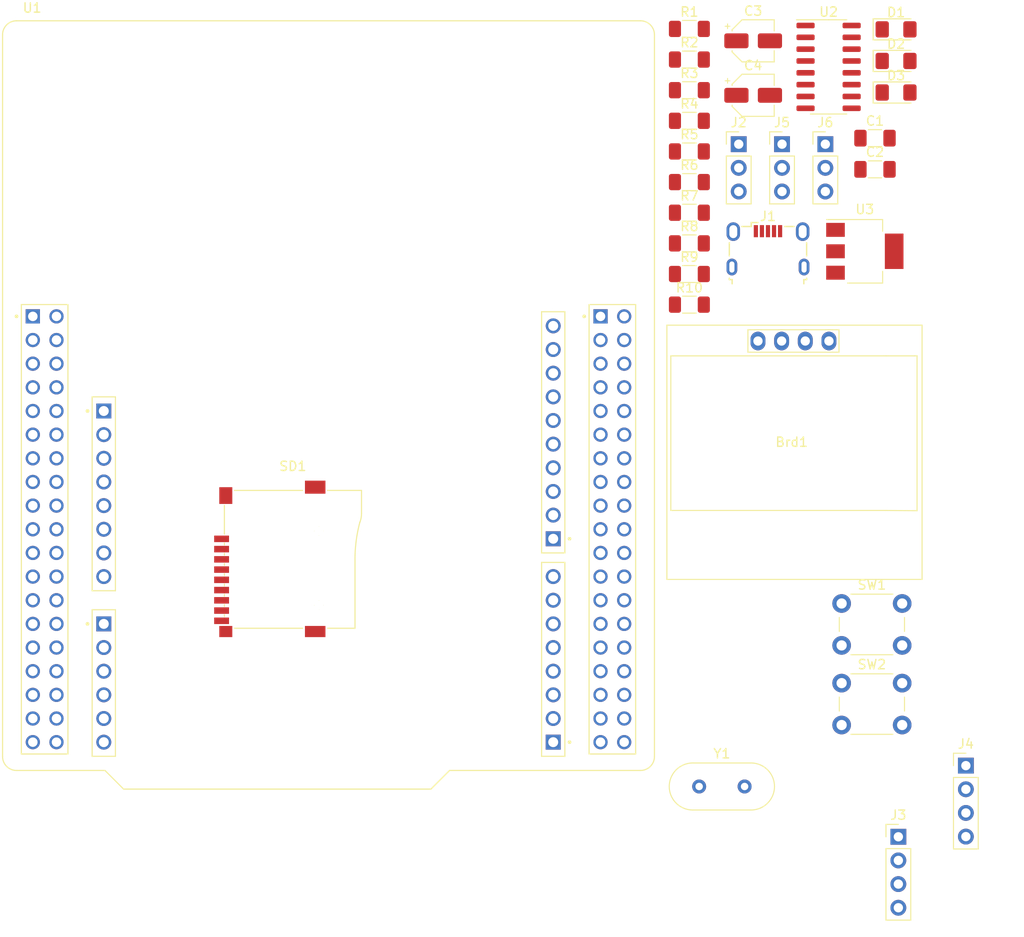
<source format=kicad_pcb>
(kicad_pcb (version 20221018) (generator pcbnew)
  (layers (0 "F.Cu" signal) (31 "B.Cu" signal) (34 "B.Paste" user) (35 "F.Paste" user) (36 "B.SilkS" user "B.Silkscreen") (37 "F.SilkS" user "F.Silkscreen") (38 "B.Mask" user) (39 "F.Mask" user) (44 "Edge.Cuts" user))
  (net 0 "")
  (net 1 "I2C_SDA")
  (net 2 "I2C_SCL")
  (net 3 "GND")
  (net 4 "+3V3")
  (net 5 "Net-(U2-XO)")
  (net 6 "Net-(U2-XI)")
  (net 7 "VBUS")
  (net 8 "Net-(D1-A)")
  (net 9 "LED_A")
  (net 10 "Net-(D2-A)")
  (net 11 "LED_B")
  (net 12 "Net-(D3-A)")
  (net 13 "Net-(J1-D-)")
  (net 14 "Net-(J1-D+)")
  (net 16 "+5VP")
  (net 17 "+5VD")
  (net 18 "BOOT0")
  (net 19 "BOOT1")
  (net 20 "Net-(SD1-DATA2)")
  (net 21 "MMC_MISO")
  (net 22 "Net-(SD1-DATA1)")
  (net 23 "BTN_A")
  (net 24 "MMC_NSS")
  (net 25 "MMC_MOSI")
  (net 26 "MMC_SCK")
  (net 28 "BTN_B")
  (net 33 "NRST")
  (net 63 "UART_TX")
  (net 74 "UART_RX")
  (footprint "Resistor_SMD:R_1206_3216Metric_Pad1.30x1.75mm_HandSolder" (layer "F.Cu") (at 244.54 61.16)
    (fp_text reference "R9" (at 0 -1.82) (layer "F.SilkS"))
    (fp_text value "10K")
    (fp_line (start -0.727064 -0.91) (end 0.727064 -0.91) (stroke (width 0.12)) (layer "F.SilkS"))
    (fp_line (start -0.727064 0.91) (end 0.727064 0.91) (stroke (width 0.12)) (layer "F.SilkS"))
    (pad "1" smd roundrect (at -1.55 0) (size 1.3 1.75) (layers "F.Cu" "F.Paste" "F.Mask") (roundrect_rratio 0.192308) (net 4 "+3V3"))
    (pad "2" smd roundrect (at 1.55 0) (size 1.3 1.75) (layers "F.Cu" "F.Paste" "F.Mask") (roundrect_rratio 0.192308) (net 23 "BTN_A"))
  )
  (footprint "LED_SMD:LED_1206_3216Metric_Pad1.42x1.75mm_HandSolder" (layer "F.Cu") (at 266.735 41.67)
    (fp_text reference "D3" (at 0 -1.82) (layer "F.SilkS"))
    (fp_text value "BIRU")
    (fp_line (start -2.46 -1.135) (end -2.46 1.135) (stroke (width 0.12)) (layer "F.SilkS"))
    (fp_line (start -2.46 1.135) (end 1.6 1.135) (stroke (width 0.12)) (layer "F.SilkS"))
    (fp_line (start 1.6 -1.135) (end -2.46 -1.135) (stroke (width 0.12)) (layer "F.SilkS"))
    (pad "1" smd roundrect (at -1.4875 0) (size 1.425 1.75) (layers "F.Cu" "F.Paste" "F.Mask") (roundrect_rratio 0.175439) (net 11 "LED_B"))
    (pad "2" smd roundrect (at 1.4875 0) (size 1.425 1.75) (layers "F.Cu" "F.Paste" "F.Mask") (roundrect_rratio 0.175439) (net 12 "Net-(D3-A)"))
  )
  (footprint "Capacitor_SMD:C_1206_3216Metric_Pad1.33x1.80mm_HandSolder" (layer "F.Cu") (at 264.47 46.57)
    (fp_text reference "C1" (at 0 -1.85) (layer "F.SilkS"))
    (fp_text value "22pF")
    (fp_line (start -0.711252 -0.91) (end 0.711252 -0.91) (stroke (width 0.12)) (layer "F.SilkS"))
    (fp_line (start -0.711252 0.91) (end 0.711252 0.91) (stroke (width 0.12)) (layer "F.SilkS"))
    (pad "1" smd roundrect (at -1.5625 0) (size 1.325 1.8) (layers "F.Cu" "F.Paste" "F.Mask") (roundrect_rratio 0.188679) (net 5 "Net-(U2-XO)"))
    (pad "2" smd roundrect (at 1.5625 0) (size 1.325 1.8) (layers "F.Cu" "F.Paste" "F.Mask") (roundrect_rratio 0.188679) (net 3 "GND"))
  )
  (footprint "Resistor_SMD:R_1206_3216Metric_Pad1.30x1.75mm_HandSolder" (layer "F.Cu") (at 244.54 64.45)
    (fp_text reference "R10" (at 0 -1.82) (layer "F.SilkS"))
    (fp_text value "10K")
    (fp_line (start -0.727064 -0.91) (end 0.727064 -0.91) (stroke (width 0.12)) (layer "F.SilkS"))
    (fp_line (start -0.727064 0.91) (end 0.727064 0.91) (stroke (width 0.12)) (layer "F.SilkS"))
    (pad "1" smd roundrect (at -1.55 0) (size 1.3 1.75) (layers "F.Cu" "F.Paste" "F.Mask") (roundrect_rratio 0.192308) (net 4 "+3V3"))
    (pad "2" smd roundrect (at 1.55 0) (size 1.3 1.75) (layers "F.Cu" "F.Paste" "F.Mask") (roundrect_rratio 0.192308) (net 23 "BTN_A"))
  )
  (footprint "Crystal:Crystal_HC49-U_Vertical" (layer "F.Cu") (at 245.59 116.19)
    (fp_text reference "Y1" (at 2.44 -3.525) (layer "F.SilkS"))
    (fp_text value "12MHz")
    (fp_line (start -0.685 -2.525) (end 5.565 -2.525) (stroke (width 0.12)) (layer "F.SilkS"))
    (fp_line (start -0.685 2.525) (end 5.565 2.525) (stroke (width 0.12)) (layer "F.SilkS"))
    (fp_arc (start -0.685 2.525) (mid -3.21 0) (end -0.685 -2.525) (stroke (width 0.12)) (layer "F.SilkS"))
    (fp_arc (start 5.565 -2.525) (mid 8.09 0) (end 5.565 2.525) (stroke (width 0.12)) (layer "F.SilkS"))
    (pad "1" thru_hole circle (at 0 0) (size 1.5 1.5) (drill 0.8) (layers "*.Cu" "*.Mask") (net 5 "Net-(U2-XO)"))
    (pad "2" thru_hole circle (at 4.88 0) (size 1.5 1.5) (drill 0.8) (layers "*.Cu" "*.Mask") (net 6 "Net-(U2-XI)"))
  )
  (footprint "LED_SMD:LED_1206_3216Metric_Pad1.42x1.75mm_HandSolder" (layer "F.Cu") (at 266.735 38.28)
    (fp_text reference "D2" (at 0 -1.82) (layer "F.SilkS"))
    (fp_text value "ABANG")
    (fp_line (start -2.46 -1.135) (end -2.46 1.135) (stroke (width 0.12)) (layer "F.SilkS"))
    (fp_line (start -2.46 1.135) (end 1.6 1.135) (stroke (width 0.12)) (layer "F.SilkS"))
    (fp_line (start 1.6 -1.135) (end -2.46 -1.135) (stroke (width 0.12)) (layer "F.SilkS"))
    (pad "1" smd roundrect (at -1.4875 0) (size 1.425 1.75) (layers "F.Cu" "F.Paste" "F.Mask") (roundrect_rratio 0.175439) (net 9 "LED_A"))
    (pad "2" smd roundrect (at 1.4875 0) (size 1.425 1.75) (layers "F.Cu" "F.Paste" "F.Mask") (roundrect_rratio 0.175439) (net 10 "Net-(D2-A)"))
  )
  (footprint "Resistor_SMD:R_1206_3216Metric_Pad1.30x1.75mm_HandSolder" (layer "F.Cu") (at 244.54 41.42)
    (fp_text reference "R3" (at 0 -1.82) (layer "F.SilkS"))
    (fp_text value "10K")
    (fp_line (start -0.727064 -0.91) (end 0.727064 -0.91) (stroke (width 0.12)) (layer "F.SilkS"))
    (fp_line (start -0.727064 0.91) (end 0.727064 0.91) (stroke (width 0.12)) (layer "F.SilkS"))
    (pad "1" smd roundrect (at -1.55 0) (size 1.3 1.75) (layers "F.Cu" "F.Paste" "F.Mask") (roundrect_rratio 0.192308) (net 4 "+3V3"))
    (pad "2" smd roundrect (at 1.55 0) (size 1.3 1.75) (layers "F.Cu" "F.Paste" "F.Mask") (roundrect_rratio 0.192308) (net 21 "MMC_MISO"))
  )
  (footprint "NUCLEO-F401RE:ST_NUCLEO-F401RE" (layer "F.Cu") (at 205.79 75.22)
    (fp_text reference "U1" (at -31.825 -42.635) (layer "F.SilkS"))
    (fp_text value "NUCLEO-F401RE")
    (fp_line (start -35 37.75) (end -35 -39.75) (stroke (width 0.127)) (layer "F.SilkS"))
    (fp_line (start -33.5 -41.25) (end 33.5 -41.25) (stroke (width 0.127)) (layer "F.SilkS"))
    (fp_line (start -32.98 -10.78) (end -32.98 37.48) (stroke (width 0.127)) (layer "F.SilkS"))
    (fp_line (start -32.98 37.48) (end -27.98 37.48) (stroke (width 0.127)) (layer "F.SilkS"))
    (fp_line (start -27.98 -10.78) (end -32.98 -10.78) (stroke (width 0.127)) (layer "F.SilkS"))
    (fp_line (start -27.98 37.48) (end -27.98 -10.78) (stroke (width 0.127)) (layer "F.SilkS"))
    (fp_line (start -25.38 -0.87) (end -25.38 19.95) (stroke (width 0.127)) (layer "F.SilkS"))
    (fp_line (start -25.38 19.95) (end -22.88 19.95) (stroke (width 0.127)) (layer "F.SilkS"))
    (fp_line (start -25.38 21.99) (end -25.38 37.73) (stroke (width 0.127)) (layer "F.SilkS"))
    (fp_line (start -25.38 37.73) (end -22.88 37.73) (stroke (width 0.127)) (layer "F.SilkS"))
    (fp_line (start -24 39.25) (end -33.5 39.25) (stroke (width 0.127)) (layer "F.SilkS"))
    (fp_line (start -22.88 -0.87) (end -25.38 -0.87) (stroke (width 0.127)) (layer "F.SilkS"))
    (fp_line (start -22.88 19.95) (end -22.88 -0.87) (stroke (width 0.127)) (layer "F.SilkS"))
    (fp_line (start -22.88 21.99) (end -25.38 21.99) (stroke (width 0.127)) (layer "F.SilkS"))
    (fp_line (start -22.88 37.73) (end -22.88 21.99) (stroke (width 0.127)) (layer "F.SilkS"))
    (fp_line (start -22 41.25) (end -24 39.25) (stroke (width 0.127)) (layer "F.SilkS"))
    (fp_line (start 11 41.25) (end -22 41.25) (stroke (width 0.127)) (layer "F.SilkS"))
    (fp_line (start 13 39.25) (end 11 41.25) (stroke (width 0.127)) (layer "F.SilkS"))
    (fp_line (start 22.88 -10.01) (end 22.88 15.89) (stroke (width 0.127)) (layer "F.SilkS"))
    (fp_line (start 22.88 15.89) (end 25.38 15.89) (stroke (width 0.127)) (layer "F.SilkS"))
    (fp_line (start 22.88 16.91) (end 22.88 37.73) (stroke (width 0.127)) (layer "F.SilkS"))
    (fp_line (start 22.88 37.73) (end 25.38 37.73) (stroke (width 0.127)) (layer "F.SilkS"))
    (fp_line (start 25.38 -10.01) (end 22.88 -10.01) (stroke (width 0.127)) (layer "F.SilkS"))
    (fp_line (start 25.38 15.89) (end 25.38 -10.01) (stroke (width 0.127)) (layer "F.SilkS"))
    (fp_line (start 25.38 16.91) (end 22.88 16.91) (stroke (width 0.127)) (layer "F.SilkS"))
    (fp_line (start 25.38 37.73) (end 25.38 16.91) (stroke (width 0.127)) (layer "F.SilkS"))
    (fp_line (start 27.98 -10.78) (end 27.98 37.48) (stroke (width 0.127)) (layer "F.SilkS"))
    (fp_line (start 27.98 37.48) (end 32.98 37.48) (stroke (width 0.127)) (layer "F.SilkS"))
    (fp_line (start 32.98 -10.78) (end 27.98 -10.78) (stroke (width 0.127)) (layer "F.SilkS"))
    (fp_line (start 32.98 37.48) (end 32.98 -10.78) (stroke (width 0.127)) (layer "F.SilkS"))
    (fp_line (start 33.5 39.25) (end 13 39.25) (stroke (width 0.127)) (layer "F.SilkS"))
    (fp_line (start 35 -39.75) (end 35 37.75) (stroke (width 0.127)) (layer "F.SilkS"))
    (fp_arc (start -35 -39.75) (mid -34.56066 -40.81066) (end -33.5 -41.25) (stroke (width 0.127)) (layer "F.SilkS"))
    (fp_arc (start -33.5 39.25) (mid -34.56066 38.81066) (end -35 37.75) (stroke (width 0.127)) (layer "F.SilkS"))
    (fp_arc (start 33.5 -41.25) (mid 34.56066 -40.81066) (end 35 -39.75) (stroke (width 0.127)) (layer "F.SilkS"))
    (fp_arc (start 35 37.75) (mid 34.56066 38.81066) (end 33.5 39.25) (stroke (width 0.127)) (layer "F.SilkS"))
    (fp_circle (center -33.5 -9.51) (end -33.4 -9.51) (stroke (width 0.2)) (fill none) (layer "F.SilkS"))
    (fp_circle (center -25.88 0.65) (end -25.78 0.65) (stroke (width 0.2)) (fill none) (layer "F.SilkS"))
    (fp_circle (center -25.88 23.51) (end -25.78 23.51) (stroke (width 0.2)) (fill none) (layer "F.SilkS"))
    (fp_circle (center 25.88 14.37) (end 25.98 14.37) (stroke (width 0.2)) (fill none) (layer "F.SilkS"))
    (fp_circle (center 25.88 36.21) (end 25.98 36.21) (stroke (width 0.2)) (fill none) (layer "F.SilkS"))
    (fp_circle (center 27.46 -9.51) (end 27.56 -9.51) (stroke (width 0.2)) (fill none) (layer "F.SilkS"))
    (pad "" np_thru_hole circle (at -24.13 -13.32) (size 3 3) (drill 3) (layers "*.Cu" "*.Mask"))
    (pad "" np_thru_hole circle (at 8.89 38.75) (size 3 3) (drill 3) (layers "*.Cu" "*.Mask"))
    (pad "" np_thru_hole circle (at 24.13 -12.05) (size 3 3) (drill 3) (layers "*.Cu" "*.Mask"))
    (pad "CN5_1" thru_hole rect (at 24.13 14.37) (size 1.605 1.605) (drill 1.07) (layers "*.Cu" "*.Mask"))
    (pad "CN5_2" thru_hole circle (at 24.13 11.83) (size 1.605 1.605) (drill 1.07) (layers "*.Cu" "*.Mask"))
    (pad "CN5_3" thru_hole circle (at 24.13 9.29) (size 1.605 1.605) (drill 1.07) (layers "*.Cu" "*.Mask"))
    (pad "CN5_4" thru_hole circle (at 24.13 6.75) (size 1.605 1.605) (drill 1.07) (layers "*.Cu" "*.Mask"))
    (pad "CN5_5" thru_hole circle (at 24.13 4.21) (size 1.605 1.605) (drill 1.07) (layers "*.Cu" "*.Mask"))
    (pad "CN5_6" thru_hole circle (at 24.13 1.67) (size 1.605 1.605) (drill 1.07) (layers "*.Cu" "*.Mask"))
    (pad "CN5_7" thru_hole circle (at 24.13 -0.87) (size 1.605 1.605) (drill 1.07) (layers "*.Cu" "*.Mask"))
    (pad "CN5_8" thru_hole circle (at 24.13 -3.41) (size 1.605 1.605) (drill 1.07) (layers "*.Cu" "*.Mask"))
    (pad "CN5_9" thru_hole circle (at 24.13 -5.95) (size 1.605 1.605) (drill 1.07) (layers "*.Cu" "*.Mask"))
    (pad "CN5_10" thru_hole circle (at 24.13 -8.49) (size 1.605 1.605) (drill 1.07) (layers "*.Cu" "*.Mask"))
    (pad "CN6_1" thru_hole rect (at -24.13 0.65) (size 1.605 1.605) (drill 1.07) (layers "*.Cu" "*.Mask"))
    (pad "CN6_2" thru_hole circle (at -24.13 3.19) (size 1.605 1.605) (drill 1.07) (layers "*.Cu" "*.Mask"))
    (pad "CN6_3" thru_hole circle (at -24.13 5.73) (size 1.605 1.605) (drill 1.07) (layers "*.Cu" "*.Mask"))
    (pad "CN6_4" thru_hole circle (at -24.13 8.27) (size 1.605 1.605) (drill 1.07) (layers "*.Cu" "*.Mask"))
    (pad "CN6_5" thru_hole circle (at -24.13 10.81) (size 1.605 1.605) (drill 1.07) (layers "*.Cu" "*.Mask"))
    (pad "CN6_6" thru_hole circle (at -24.13 13.35) (size 1.605 1.605) (drill 1.07) (layers "*.Cu" "*.Mask"))
    (pad "CN6_7" thru_hole circle (at -24.13 15.89) (size 1.605 1.605) (drill 1.07) (layers "*.Cu" "*.Mask"))
    (pad "CN6_8" thru_hole circle (at -24.13 18.43) (size 1.605 1.605) (drill 1.07) (layers "*.Cu" "*.Mask"))
    (pad "CN7_1" thru_hole rect (at -31.75 -9.51) (size 1.53 1.53) (drill 1.02) (layers "*.Cu" "*.Mask") (net 26 "MMC_SCK"))
    (pad "CN7_2" thru_hole circle (at -29.21 -9.51) (size 1.53 1.53) (drill 1.02) (layers "*.Cu" "*.Mask") (net 21 "MMC_MISO"))
    (pad "CN7_3" thru_hole circle (at -31.75 -6.97) (size 1.53 1.53) (drill 1.02) (layers "*.Cu" "*.Mask") (net 25 "MMC_MOSI"))
    (pad "CN7_4" thru_hole circle (at -29.21 -6.97) (size 1.53 1.53) (drill 1.02) (layers "*.Cu" "*.Mask"))
    (pad "CN7_5" thru_hole circle (at -31.75 -4.43) (size 1.53 1.53) (drill 1.02) (layers "*.Cu" "*.Mask"))
    (pad "CN7_6" thru_hole circle (at -29.21 -4.43) (size 1.53 1.53) (drill 1.02) (layers "*.Cu" "*.Mask") (net 16 "+5VP"))
    (pad "CN7_7" thru_hole circle (at -31.75 -1.89) (size 1.53 1.53) (drill 1.02) (layers "*.Cu" "*.Mask") (net 18 "BOOT0"))
    (pad "CN7_8" thru_hole circle (at -29.21 -1.89) (size 1.53 1.53) (drill 1.02) (layers "*.Cu" "*.Mask") (net 3 "GND"))
    (pad "CN7_9" thru_hole circle (at -31.75 0.65) (size 1.53 1.53) (drill 1.02) (layers "*.Cu" "*.Mask"))
    (pad "CN7_10" thru_hole circle (at -29.21 0.65) (size 1.53 1.53) (drill 1.02) (layers "*.Cu" "*.Mask"))
    (pad "CN7_11" thru_hole circle (at -31.75 3.19) (size 1.53 1.53) (drill 1.02) (layers "*.Cu" "*.Mask"))
    (pad "CN7_12" thru_hole circle (at -29.21 3.19) (size 1.53 1.53) (drill 1.02) (layers "*.Cu" "*.Mask"))
    (pad "CN7_13" thru_hole circle (at -31.75 5.73) (size 1.53 1.53) (drill 1.02) (layers "*.Cu" "*.Mask"))
    (pad "CN7_14" thru_hole circle (at -29.21 5.73) (size 1.53 1.53) (drill 1.02) (layers "*.Cu" "*.Mask") (net 33 "NRST"))
    (pad "CN7_15" thru_hole circle (at -31.75 8.27) (size 1.53 1.53) (drill 1.02) (layers "*.Cu" "*.Mask"))
    (pad "CN7_16" thru_hole circle (at -29.21 8.27) (size 1.53 1.53) (drill 1.02) (layers "*.Cu" "*.Mask"))
    (pad "CN7_17" thru_hole circle (at -31.75 10.81) (size 1.53 1.53) (drill 1.02) (layers "*.Cu" "*.Mask") (net 24 "MMC_NSS"))
    (pad "CN7_18" thru_hole circle (at -29.21 10.81) (size 1.53 1.53) (drill 1.02) (layers "*.Cu" "*.Mask"))
    (pad "CN7_19" thru_hole circle (at -31.75 13.35) (size 1.53 1.53) (drill 1.02) (layers "*.Cu" "*.Mask") (net 3 "GND"))
    (pad "CN7_20" thru_hole circle (at -29.21 13.35) (size 1.53 1.53) (drill 1.02) (layers "*.Cu" "*.Mask") (net 3 "GND"))
    (pad "CN7_21" thru_hole circle (at -31.75 15.89) (size 1.53 1.53) (drill 1.02) (layers "*.Cu" "*.Mask") (net 1 "I2C_SDA"))
    (pad "CN7_22" thru_hole circle (at -29.21 15.89) (size 1.53 1.53) (drill 1.02) (layers "*.Cu" "*.Mask") (net 3 "GND"))
    (pad "CN7_23" thru_hole circle (at -31.75 18.43) (size 1.53 1.53) (drill 1.02) (layers "*.Cu" "*.Mask"))
    (pad "CN7_24" thru_hole circle (at -29.21 18.43) (size 1.53 1.53) (drill 1.02) (layers "*.Cu" "*.Mask"))
    (pad "CN7_25" thru_hole circle (at -31.75 20.97) (size 1.53 1.53) (drill 1.02) (layers "*.Cu" "*.Mask"))
    (pad "CN7_26" thru_hole circle (at -29.21 20.97) (size 1.53 1.53) (drill 1.02) (layers "*.Cu" "*.Mask"))
    (pad "CN7_27" thru_hole circle (at -31.75 23.51) (size 1.53 1.53) (drill 1.02) (layers "*.Cu" "*.Mask"))
    (pad "CN7_28" thru_hole circle (at -29.21 23.51) (size 1.53 1.53) (drill 1.02) (layers "*.Cu" "*.Mask"))
    (pad "CN7_29" thru_hole circle (at -31.75 26.05) (size 1.53 1.53) (drill 1.02) (layers "*.Cu" "*.Mask"))
    (pad "CN7_30" thru_hole circle (at -29.21 26.05) (size 1.53 1.53) (drill 1.02) (layers "*.Cu" "*.Mask"))
    (pad "CN7_31" thru_hole circle (at -31.75 28.59) (size 1.53 1.53) (drill 1.02) (layers "*.Cu" "*.Mask"))
    (pad "CN7_32" thru_hole circle (at -29.21 28.59) (size 1.53 1.53) (drill 1.02) (layers "*.Cu" "*.Mask"))
    (pad "CN7_33" thru_hole circle (at -31.75 31.13) (size 1.53 1.53) (drill 1.02) (layers "*.Cu" "*.Mask"))
    (pad "CN7_34" thru_hole circle (at -29.21 31.13) (size 1.53 1.53) (drill 1.02) (layers "*.Cu" "*.Mask"))
    (pad "CN7_35" thru_hole circle (at -31.75 33.67) (size 1.53 1.53) (drill 1.02) (layers "*.Cu" "*.Mask") (net 23 "BTN_A"))
    (pad "CN7_36" thru_hole circle (at -29.21 33.67) (size 1.53 1.53) (drill 1.02) (layers "*.Cu" "*.Mask") (net 11 "LED_B"))
    (pad "CN7_37" thru_hole circle (at -31.75 36.21) (size 1.53 1.53) (drill 1.02) (layers "*.Cu" "*.Mask") (net 28 "BTN_B"))
    (pad "CN7_38" thru_hole circle (at -29.21 36.21) (size 1.53 1.53) (drill 1.02) (layers "*.Cu" "*.Mask") (net 9 "LED_A"))
    (pad "CN8_1" thru_hole rect (at -24.13 23.51) (size 1.605 1.605) (drill 1.07) (layers "*.Cu" "*.Mask"))
    (pad "CN8_2" thru_hole circle (at -24.13 26.05) (size 1.605 1.605) (drill 1.07) (layers "*.Cu" "*.Mask"))
    (pad "CN8_3" thru_hole circle (at -24.13 28.59) (size 1.605 1.605) (drill 1.07) (layers "*.Cu" "*.Mask"))
    (pad "CN8_4" thru_hole circle (at -24.13 31.13) (size 1.605 1.605) (drill 1.07) (layers "*.Cu" "*.Mask"))
    (pad "CN8_5" thru_hole circle (at -24.13 33.67) (size 1.605 1.605) (drill 1.07) (layers "*.Cu" "*.Mask"))
    (pad "CN8_6" thru_hole circle (at -24.13 36.21) (size 1.605 1.605) (drill 1.07) (layers "*.Cu" "*.Mask"))
    (pad "CN9_1" thru_hole rect (at 24.13 36.21) (size 1.605 1.605) (drill 1.07) (layers "*.Cu" "*.Mask"))
    (pad "CN9_2" thru_hole circle (at 24.13 33.67) (size 1.605 1.605) (drill 1.07) (layers "*.Cu" "*.Mask"))
    (pad "CN9_3" thru_hole circle (at 24.13 31.13) (size 1.605 1.605) (drill 1.07) (layers "*.Cu" "*.Mask"))
    (pad "CN9_4" thru_hole circle (at 24.13 28.59) (size 1.605 1.605) (drill 1.07) (layers "*.Cu" "*.Mask"))
    (pad "CN9_5" thru_hole circle (at 24.13 26.05) (size 1.605 1.605) (drill 1.07) (layers "*.Cu" "*.Mask"))
    (pad "CN9_6" thru_hole circle (at 24.13 23.51) (size 1.605 1.605) (drill 1.07) (layers "*.Cu" "*.Mask"))
    (pad "CN9_7" thru_hole circle (at 24.13 20.97) (size 1.605 1.605) (drill 1.07) (layers "*.Cu" "*.Mask"))
    (pad "CN9_8" thru_hole circle (at 24.13 18.43) (size 1.605 1.605) (drill 1.07) (layers "*.Cu" "*.Mask"))
    (pad "CN10_1" thru_hole rect (at 29.21 -9.51) (size 1.53 1.53) (drill 1.02) (layers "*.Cu" "*.Mask"))
    (pad "CN10_2" thru_hole circle (at 31.75 -9.51) (size 1.53 1.53) (drill 1.02) (layers "*.Cu" "*.Mask"))
    (pad "CN10_3" thru_hole circle (at 29.21 -6.97) (size 1.53 1.53) (drill 1.02) (layers "*.Cu" "*.Mask"))
    (pad "CN10_4" thru_hole circle (at 31.75 -6.97) (size 1.53 1.53) (drill 1.02) (layers "*.Cu" "*.Mask"))
    (pad "CN10_5" thru_hole circle (at 29.21 -4.43) (size 1.53 1.53) (drill 1.02) (layers "*.Cu" "*.Mask"))
    (pad "CN10_6" thru_hole circle (at 31.75 -4.43) (size 1.53 1.53) (drill 1.02) (layers "*.Cu" "*.Mask"))
    (pad "CN10_7" thru_hole circle (at 29.21 -1.89) (size 1.53 1.53) (drill 1.02) (layers "*.Cu" "*.Mask"))
    (pad "CN10_8" thru_hole circle (at 31.75 -1.89) (size 1.53 1.53) (drill 1.02) (layers "*.Cu" "*.Mask") (net 17 "+5VD"))
    (pad "CN10_9" thru_hole circle (at 29.21 0.65) (size 1.53 1.53) (drill 1.02) (layers "*.Cu" "*.Mask") (net 3 "GND"))
    (pad "CN10_10" thru_hole circle (at 31.75 0.65) (size 1.53 1.53) (drill 1.02) (layers "*.Cu" "*.Mask"))
    (pad "CN10_11" thru_hole circle (at 29.21 3.19) (size 1.53 1.53) (drill 1.02) (layers "*.Cu" "*.Mask"))
    (pad "CN10_12" thru_hole circle (at 31.75 3.19) (size 1.53 1.53) (drill 1.02) (layers "*.Cu" "*.Mask"))
    (pad "CN10_13" thru_hole circle (at 29.21 5.73) (size 1.53 1.53) (drill 1.02) (layers "*.Cu" "*.Mask"))
    (pad "CN10_14" thru_hole circle (at 31.75 5.73) (size 1.53 1.53) (drill 1.02) (layers "*.Cu" "*.Mask"))
    (pad "CN10_15" thru_hole circle (at 29.21 8.27) (size 1.53 1.53) (drill 1.02) (layers "*.Cu" "*.Mask"))
    (pad "CN10_16" thru_hole circle (at 31.75 8.27) (size 1.53 1.53) (drill 1.02) (layers "*.Cu" "*.Mask"))
    (pad "CN10_17" thru_hole circle (at 29.21 10.81) (size 1.53 1.53) (drill 1.02) (layers "*.Cu" "*.Mask") (net 2 "I2C_SCL"))
    (pad "CN10_18" thru_hole circle (at 31.75 10.81) (size 1.53 1.53) (drill 1.02) (layers "*.Cu" "*.Mask"))
    (pad "CN10_19" thru_hole circle (at 29.21 13.35) (size 1.53 1.53) (drill 1.02) (layers "*.Cu" "*.Mask"))
    (pad "CN10_20" thru_hole circle (at 31.75 13.35) (size 1.53 1.53) (drill 1.02) (layers "*.Cu" "*.Mask") (net 3 "GND"))
    (pad "CN10_21" thru_hole circle (at 29.21 15.89) (size 1.53 1.53) (drill 1.02) (layers "*.Cu" "*.Mask") (net 63 "UART_TX"))
    (pad "CN10_22" thru_hole circle (at 31.75 15.89) (size 1.53 1.53) (drill 1.02) (layers "*.Cu" "*.Mask") (net 19 "BOOT1"))
    (pad "CN10_23" thru_hole circle (at 29.21 18.43) (size 1.53 1.53) (drill 1.02) (layers "*.Cu" "*.Mask"))
    (pad "CN10_24" thru_hole circle (at 31.75 18.43) (size 1.53 1.53) (drill 1.02) (layers "*.Cu" "*.Mask"))
    (pad "CN10_25" thru_hole circle (at 29.21 20.97) (size 1.53 1.53) (drill 1.02) (layers "*.Cu" "*.Mask"))
    (pad "CN10_26" thru_hole circle (at 31.75 20.97) (size 1.53 1.53) (drill 1.02) (layers "*.Cu" "*.Mask"))
    (pad "CN10_27" thru_hole circle (at 29.21 23.51) (size 1.53 1.53) (drill 1.02) (layers "*.Cu" "*.Mask"))
    (pad "CN10_28" thru_hole circle (at 31.75 23.51) (size 1.53 1.53) (drill 1.02) (layers "*.Cu" "*.Mask"))
    (pad "CN10_29" thru_hole circle (at 29.21 26.05) (size 1.53 1.53) (drill 1.02) (layers "*.Cu" "*.Mask"))
    (pad "CN10_30" thru_hole circle (at 31.75 26.05) (size 1.53 1.53) (drill 1.02) (layers "*.Cu" "*.Mask"))
    (pad "CN10_31" thru_hole circle (at 29.21 28.59) (size 1.53 1.53) (drill 1.02) (layers "*.Cu" "*.Mask"))
    (pad "CN10_32" thru_hole circle (at 31.75 28.59) (size 1.53 1.53) (drill 1.02) (layers "*.Cu" "*.Mask"))
    (pad "CN10_33" thru_hole circle (at 29.21 31.13) (size 1.53 1.53) (drill 1.02) (layers "*.Cu" "*.Mask") (net 74 "UART_RX"))
    (pad "CN10_34" thru_hole circle (at 31.75 31.13) (size 1.53 1.53) (drill 1.02) (layers "*.Cu" "*.Mask"))
    (pad "CN10_35" thru_hole circle (at 29.21 33.67) (size 1.53 1.53) (drill 1.02) (layers "*.Cu" "*.Mask"))
    (pad "CN10_36" thru_hole circle (at 31.75 33.67) (size 1.53 1.53) (drill 1.02) (layers "*.Cu" "*.Mask"))
    (pad "CN10_37" thru_hole circle (at 29.21 36.21) (size 1.53 1.53) (drill 1.02) (layers "*.Cu" "*.Mask"))
    (pad "CN10_38" thru_hole circle (at 31.75 36.21) (size 1.53 1.53) (drill 1.02) (layers "*.Cu" "*.Mask"))
  )
  (footprint "Package_SO:SOIC-16_3.9x9.9mm_P1.27mm" (layer "F.Cu") (at 259.49 38.92)
    (fp_text reference "U2" (at 0 -5.9) (layer "F.SilkS"))
    (fp_text value "CH340G")
    (fp_line (start 0 -5.06) (end -3.45 -5.06) (stroke (width 0.12)) (layer "F.SilkS"))
    (fp_line (start 0 -5.06) (end 1.95 -5.06) (stroke (width 0.12)) (layer "F.SilkS"))
    (fp_line (start 0 5.06) (end -1.95 5.06) (stroke (width 0.12)) (layer "F.SilkS"))
    (fp_line (start 0 5.06) (end 1.95 5.06) (stroke (width 0.12)) (layer "F.SilkS"))
    (pad "1" smd roundrect (at -2.475 -4.445) (size 1.95 0.6) (layers "F.Cu" "F.Paste" "F.Mask") (net 3 "GND"))
    (pad "2" smd roundrect (at -2.475 -3.175) (size 1.95 0.6) (layers "F.Cu" "F.Paste" "F.Mask") (net 74 "UART_RX"))
    (pad "3" smd roundrect (at -2.475 -1.905) (size 1.95 0.6) (layers "F.Cu" "F.Paste" "F.Mask") (net 63 "UART_TX"))
    (pad "4" smd roundrect (at -2.475 -0.635) (size 1.95 0.6) (layers "F.Cu" "F.Paste" "F.Mask") (net 4 "+3V3"))
    (pad "5" smd roundrect (at -2.475 0.635) (size 1.95 0.6) (layers "F.Cu" "F.Paste" "F.Mask") (net 14 "Net-(J1-D+)"))
    (pad "6" smd roundrect (at -2.475 1.905) (size 1.95 0.6) (layers "F.Cu" "F.Paste" "F.Mask") (net 13 "Net-(J1-D-)"))
    (pad "7" smd roundrect (at -2.475 3.175) (size 1.95 0.6) (layers "F.Cu" "F.Paste" "F.Mask") (net 6 "Net-(U2-XI)"))
    (pad "8" smd roundrect (at -2.475 4.445) (size 1.95 0.6) (layers "F.Cu" "F.Paste" "F.Mask") (net 5 "Net-(U2-XO)"))
    (pad "9" smd roundrect (at 2.475 4.445) (size 1.95 0.6) (layers "F.Cu" "F.Paste" "F.Mask"))
    (pad "10" smd roundrect (at 2.475 3.175) (size 1.95 0.6) (layers "F.Cu" "F.Paste" "F.Mask"))
    (pad "11" smd roundrect (at 2.475 1.905) (size 1.95 0.6) (layers "F.Cu" "F.Paste" "F.Mask"))
    (pad "12" smd roundrect (at 2.475 0.635) (size 1.95 0.6) (layers "F.Cu" "F.Paste" "F.Mask"))
    (pad "13" smd roundrect (at 2.475 -0.635) (size 1.95 0.6) (layers "F.Cu" "F.Paste" "F.Mask"))
    (pad "14" smd roundrect (at 2.475 -1.905) (size 1.95 0.6) (layers "F.Cu" "F.Paste" "F.Mask"))
    (pad "15" smd roundrect (at 2.475 -3.175) (size 1.95 0.6) (layers "F.Cu" "F.Paste" "F.Mask"))
    (pad "16" smd roundrect (at 2.475 -4.445) (size 1.95 0.6) (layers "F.Cu" "F.Paste" "F.Mask") (net 4 "+3V3"))
  )
  (footprint "LED_SMD:LED_1206_3216Metric_Pad1.42x1.75mm_HandSolder" (layer "F.Cu") (at 266.735 34.89)
    (fp_text reference "D1" (at 0 -1.82) (layer "F.SilkS"))
    (fp_text value "IJO")
    (fp_line (start -2.46 -1.135) (end -2.46 1.135) (stroke (width 0.12)) (layer "F.SilkS"))
    (fp_line (start -2.46 1.135) (end 1.6 1.135) (stroke (width 0.12)) (layer "F.SilkS"))
    (fp_line (start 1.6 -1.135) (end -2.46 -1.135) (stroke (width 0.12)) (layer "F.SilkS"))
    (pad "1" smd roundrect (at -1.4875 0) (size 1.425 1.75) (layers "F.Cu" "F.Paste" "F.Mask") (roundrect_rratio 0.175439) (net 3 "GND"))
    (pad "2" smd roundrect (at 1.4875 0) (size 1.425 1.75) (layers "F.Cu" "F.Paste" "F.Mask") (roundrect_rratio 0.175439) (net 8 "Net-(D1-A)"))
  )
  (footprint "SSD1306:128x64OLED" (layer "F.Cu") (at 255.525 78.955)
    (fp_text reference "Brd1" (at 0 0.254) (layer "F.SilkS"))
    (fp_text value "SSD1306")
    (fp_line (start -13.4 -12.3) (end 14 -12.3) (stroke (width 0.12)) (layer "F.SilkS"))
    (fp_line (start -13.4 15) (end -13.4 -12.3) (stroke (width 0.12)) (layer "F.SilkS"))
    (fp_line (start -12.978 -9.005) (end 10.122 -9.005) (stroke (width 0.12)) (layer "F.SilkS"))
    (fp_line (start -12.978 7.595) (end -12.978 -9.005) (stroke (width 0.12)) (layer "F.SilkS"))
    (fp_line (start -4.699 -11.811) (end -4.699 -9.398) (stroke (width 0.12)) (layer "F.SilkS"))
    (fp_line (start -4.699 -11.811) (end 5.08 -11.811) (stroke (width 0.12)) (layer "F.SilkS"))
    (fp_line (start 5.08 -11.811) (end 5.08 -9.398) (stroke (width 0.12)) (layer "F.SilkS"))
    (fp_line (start 5.08 -9.398) (end -4.699 -9.398) (stroke (width 0.12)) (layer "F.SilkS"))
    (fp_line (start 10.122 -9.005) (end 13.208 -9.005) (stroke (width 0.12)) (layer "F.SilkS"))
    (fp_line (start 10.122 7.595) (end -12.978 7.595) (stroke (width 0.12)) (layer "F.SilkS"))
    (fp_line (start 10.122 7.595) (end 13.462 7.62) (stroke (width 0.12)) (layer "F.SilkS"))
    (fp_line (start 13.462 -9.017) (end 13.208 -9.005) (stroke (width 0.12)) (layer "F.SilkS"))
    (fp_line (start 13.462 7.62) (end 13.462 -9.017) (stroke (width 0.12)) (layer "F.SilkS"))
    (fp_line (start 14 -12.3) (end 14 15) (stroke (width 0.12)) (layer "F.SilkS"))
    (fp_line (start 14 15) (end -13.4 15) (stroke (width 0.12)) (layer "F.SilkS"))
    (pad "1" thru_hole oval (at -3.62 -10.6 90) (size 2 1.6) (drill 1) (layers "*.Cu" "*.Mask") (net 3 "GND"))
    (pad "2" thru_hole oval (at -1.08 -10.6 90) (size 2 1.6) (drill 1) (layers "*.Cu" "*.Mask") (net 4 "+3V3"))
    (pad "3" thru_hole oval (at 1.46 -10.6 90) (size 2 1.6) (drill 1) (layers "*.Cu" "*.Mask") (net 2 "I2C_SCL"))
    (pad "4" thru_hole oval (at 4 -10.6 90) (size 2 1.6) (drill 1) (layers "*.Cu" "*.Mask") (net 1 "I2C_SDA"))
  )
  (footprint "Resistor_SMD:R_1206_3216Metric_Pad1.30x1.75mm_HandSolder" (layer "F.Cu") (at 244.54 34.84)
    (fp_text reference "R1" (at 0 -1.82) (layer "F.SilkS"))
    (fp_text value "330")
    (fp_line (start -0.727064 -0.91) (end 0.727064 -0.91) (stroke (width 0.12)) (layer "F.SilkS"))
    (fp_line (start -0.727064 0.91) (end 0.727064 0.91) (stroke (width 0.12)) (layer "F.SilkS"))
    (pad "1" smd roundrect (at -1.55 0) (size 1.3 1.75) (layers "F.Cu" "F.Paste" "F.Mask") (roundrect_rratio 0.192308) (net 7 "VBUS"))
    (pad "2" smd roundrect (at 1.55 0) (size 1.3 1.75) (layers "F.Cu" "F.Paste" "F.Mask") (roundrect_rratio 0.192308) (net 8 "Net-(D1-A)"))
  )
  (footprint "Button_Switch_THT:SW_PUSH_6mm" (layer "F.Cu") (at 260.89 96.54)
    (fp_text reference "SW1" (at 3.25 -2) (layer "F.SilkS"))
    (fp_text value "SW_Push")
    (fp_line (start -0.25 1.5) (end -0.25 3) (stroke (width 0.12)) (layer "F.SilkS"))
    (fp_line (start 1 5.5) (end 5.5 5.5) (stroke (width 0.12)) (layer "F.SilkS"))
    (fp_line (start 5.5 -1) (end 1 -1) (stroke (width 0.12)) (layer "F.SilkS"))
    (fp_line (start 6.75 3) (end 6.75 1.5) (stroke (width 0.12)) (layer "F.SilkS"))
    (pad "1" thru_hole circle (at 0 0 90) (size 2 2) (drill 1.1) (layers "*.Cu" "*.Mask") (net 3 "GND"))
    (pad "1" thru_hole circle (at 6.5 0 90) (size 2 2) (drill 1.1) (layers "*.Cu" "*.Mask") (net 3 "GND"))
    (pad "2" thru_hole circle (at 0 4.5 90) (size 2 2) (drill 1.1) (layers "*.Cu" "*.Mask") (net 23 "BTN_A"))
    (pad "2" thru_hole circle (at 6.5 4.5 90) (size 2 2) (drill 1.1) (layers "*.Cu" "*.Mask") (net 23 "BTN_A"))
  )
  (footprint "Connector_PinHeader_2.54mm:PinHeader_1x03_P2.54mm_Vertical" (layer "F.Cu") (at 259.14 47.22)
    (fp_text reference "J6" (at 0 -2.33) (layer "F.SilkS"))
    (fp_text value "Conn_01x03_Pin")
    (fp_line (start -1.33 -1.33) (end 0 -1.33) (stroke (width 0.12)) (layer "F.SilkS"))
    (fp_line (start -1.33 0) (end -1.33 -1.33) (stroke (width 0.12)) (layer "F.SilkS"))
    (fp_line (start -1.33 1.27) (end -1.33 6.41) (stroke (width 0.12)) (layer "F.SilkS"))
    (fp_line (start -1.33 1.27) (end 1.33 1.27) (stroke (width 0.12)) (layer "F.SilkS"))
    (fp_line (start -1.33 6.41) (end 1.33 6.41) (stroke (width 0.12)) (layer "F.SilkS"))
    (fp_line (start 1.33 1.27) (end 1.33 6.41) (stroke (width 0.12)) (layer "F.SilkS"))
    (pad "1" thru_hole rect (at 0 0) (size 1.7 1.7) (drill 1) (layers "*.Cu" "*.Mask") (net 4 "+3V3"))
    (pad "2" thru_hole oval (at 0 2.54) (size 1.7 1.7) (drill 1) (layers "*.Cu" "*.Mask") (net 19 "BOOT1"))
    (pad "3" thru_hole oval (at 0 5.08) (size 1.7 1.7) (drill 1) (layers "*.Cu" "*.Mask") (net 3 "GND"))
  )
  (footprint "Connector_PinHeader_2.54mm:PinHeader_1x03_P2.54mm_Vertical" (layer "F.Cu") (at 249.84 47.22)
    (fp_text reference "J2" (at 0 -2.33) (layer "F.SilkS"))
    (fp_text value "Conn_01x03_Pin")
    (fp_line (start -1.33 -1.33) (end 0 -1.33) (stroke (width 0.12)) (layer "F.SilkS"))
    (fp_line (start -1.33 0) (end -1.33 -1.33) (stroke (width 0.12)) (layer "F.SilkS"))
    (fp_line (start -1.33 1.27) (end -1.33 6.41) (stroke (width 0.12)) (layer "F.SilkS"))
    (fp_line (start -1.33 1.27) (end 1.33 1.27) (stroke (width 0.12)) (layer "F.SilkS"))
    (fp_line (start -1.33 6.41) (end 1.33 6.41) (stroke (width 0.12)) (layer "F.SilkS"))
    (fp_line (start 1.33 1.27) (end 1.33 6.41) (stroke (width 0.12)) (layer "F.SilkS"))
    (pad "1" thru_hole rect (at 0 0) (size 1.7 1.7) (drill 1) (layers "*.Cu" "*.Mask") (net 16 "+5VP"))
    (pad "2" thru_hole oval (at 0 2.54) (size 1.7 1.7) (drill 1) (layers "*.Cu" "*.Mask") (net 7 "VBUS"))
    (pad "3" thru_hole oval (at 0 5.08) (size 1.7 1.7) (drill 1) (layers "*.Cu" "*.Mask") (net 17 "+5VD"))
  )
  (footprint "Capacitor_SMD:CP_Elec_4x5.3" (layer "F.Cu") (at 251.39 41.97)
    (fp_text reference "C4" (at 0 -3.2) (layer "F.SilkS"))
    (fp_text value "10uF")
    (fp_line (start -3 -1.56) (end -2.5 -1.56) (stroke (width 0.12)) (layer "F.SilkS"))
    (fp_line (start -2.75 -1.81) (end -2.75 -1.31) (stroke (width 0.12)) (layer "F.SilkS"))
    (fp_line (start -2.26 -1.195563) (end -2.26 -1.06) (stroke (width 0.12)) (layer "F.SilkS"))
    (fp_line (start -2.26 -1.195563) (end -1.195563 -2.26) (stroke (width 0.12)) (layer "F.SilkS"))
    (fp_line (start -2.26 1.195563) (end -2.26 1.06) (stroke (width 0.12)) (layer "F.SilkS"))
    (fp_line (start -2.26 1.195563) (end -1.195563 2.26) (stroke (width 0.12)) (layer "F.SilkS"))
    (fp_line (start -1.195563 -2.26) (end 2.26 -2.26) (stroke (width 0.12)) (layer "F.SilkS"))
    (fp_line (start -1.195563 2.26) (end 2.26 2.26) (stroke (width 0.12)) (layer "F.SilkS"))
    (fp_line (start 2.26 -2.26) (end 2.26 -1.06) (stroke (width 0.12)) (layer "F.SilkS"))
    (fp_line (start 2.26 2.26) (end 2.26 1.06) (stroke (width 0.12)) (layer "F.SilkS"))
    (pad "1" smd roundrect (at -1.8 0) (size 2.6 1.6) (layers "F.Cu" "F.Paste" "F.Mask") (roundrect_rratio 0.15625) (net 4 "+3V3"))
    (pad "2" smd roundrect (at 1.8 0) (size 2.6 1.6) (layers "F.Cu" "F.Paste" "F.Mask") (roundrect_rratio 0.15625) (net 3 "GND"))
  )
  (footprint "Connector_PinHeader_2.54mm:PinHeader_1x03_P2.54mm_Vertical" (layer "F.Cu") (at 254.49 47.22)
    (fp_text reference "J5" (at 0 -2.33) (layer "F.SilkS"))
    (fp_text value "Conn_01x03_Pin")
    (fp_line (start -1.33 -1.33) (end 0 -1.33) (stroke (width 0.12)) (layer "F.SilkS"))
    (fp_line (start -1.33 0) (end -1.33 -1.33) (stroke (width 0.12)) (layer "F.SilkS"))
    (fp_line (start -1.33 1.27) (end -1.33 6.41) (stroke (width 0.12)) (layer "F.SilkS"))
    (fp_line (start -1.33 1.27) (end 1.33 1.27) (stroke (width 0.12)) (layer "F.SilkS"))
    (fp_line (start -1.33 6.41) (end 1.33 6.41) (stroke (width 0.12)) (layer "F.SilkS"))
    (fp_line (start 1.33 1.27) (end 1.33 6.41) (stroke (width 0.12)) (layer "F.SilkS"))
    (pad "1" thru_hole rect (at 0 0) (size 1.7 1.7) (drill 1) (layers "*.Cu" "*.Mask") (net 4 "+3V3"))
    (pad "2" thru_hole oval (at 0 2.54) (size 1.7 1.7) (drill 1) (layers "*.Cu" "*.Mask") (net 18 "BOOT0"))
    (pad "3" thru_hole oval (at 0 5.08) (size 1.7 1.7) (drill 1) (layers "*.Cu" "*.Mask") (net 3 "GND"))
  )
  (footprint "Resistor_SMD:R_1206_3216Metric_Pad1.30x1.75mm_HandSolder" (layer "F.Cu") (at 244.54 54.58)
    (fp_text reference "R7" (at 0 -1.82) (layer "F.SilkS"))
    (fp_text value "330")
    (fp_line (start -0.727064 -0.91) (end 0.727064 -0.91) (stroke (width 0.12)) (layer "F.SilkS"))
    (fp_line (start -0.727064 0.91) (end 0.727064 0.91) (stroke (width 0.12)) (layer "F.SilkS"))
    (pad "1" smd roundrect (at -1.55 0) (size 1.3 1.75) (layers "F.Cu" "F.Paste" "F.Mask") (roundrect_rratio 0.192308) (net 4 "+3V3"))
    (pad "2" smd roundrect (at 1.55 0) (size 1.3 1.75) (layers "F.Cu" "F.Paste" "F.Mask") (roundrect_rratio 0.192308) (net 12 "Net-(D3-A)"))
  )
  (footprint "Resistor_SMD:R_1206_3216Metric_Pad1.30x1.75mm_HandSolder" (layer "F.Cu") (at 244.54 38.13)
    (fp_text reference "R2" (at 0 -1.82) (layer "F.SilkS"))
    (fp_text value "10K")
    (fp_line (start -0.727064 -0.91) (end 0.727064 -0.91) (stroke (width 0.12)) (layer "F.SilkS"))
    (fp_line (start -0.727064 0.91) (end 0.727064 0.91) (stroke (width 0.12)) (layer "F.SilkS"))
    (pad "1" smd roundrect (at -1.55 0) (size 1.3 1.75) (layers "F.Cu" "F.Paste" "F.Mask") (roundrect_rratio 0.192308) (net 4 "+3V3"))
    (pad "2" smd roundrect (at 1.55 0) (size 1.3 1.75) (layers "F.Cu" "F.Paste" "F.Mask") (roundrect_rratio 0.192308) (net 20 "Net-(SD1-DATA2)"))
  )
  (footprint "Resistor_SMD:R_1206_3216Metric_Pad1.30x1.75mm_HandSolder" (layer "F.Cu") (at 244.54 48)
    (fp_text reference "R5" (at 0 -1.82) (layer "F.SilkS"))
    (fp_text value "10K")
    (fp_line (start -0.727064 -0.91) (end 0.727064 -0.91) (stroke (width 0.12)) (layer "F.SilkS"))
    (fp_line (start -0.727064 0.91) (end 0.727064 0.91) (stroke (width 0.12)) (layer "F.SilkS"))
    (pad "1" smd roundrect (at -1.55 0) (size 1.3 1.75) (layers "F.Cu" "F.Paste" "F.Mask") (roundrect_rratio 0.192308) (net 4 "+3V3"))
    (pad "2" smd roundrect (at 1.55 0) (size 1.3 1.75) (layers "F.Cu" "F.Paste" "F.Mask") (roundrect_rratio 0.192308) (net 2 "I2C_SCL"))
  )
  (footprint "Resistor_SMD:R_1206_3216Metric_Pad1.30x1.75mm_HandSolder" (layer "F.Cu") (at 244.54 57.87)
    (fp_text reference "R8" (at 0 -1.82) (layer "F.SilkS"))
    (fp_text value "330")
    (fp_line (start -0.727064 -0.91) (end 0.727064 -0.91) (stroke (width 0.12)) (layer "F.SilkS"))
    (fp_line (start -0.727064 0.91) (end 0.727064 0.91) (stroke (width 0.12)) (layer "F.SilkS"))
    (pad "1" smd roundrect (at -1.55 0) (size 1.3 1.75) (layers "F.Cu" "F.Paste" "F.Mask") (roundrect_rratio 0.192308) (net 4 "+3V3"))
    (pad "2" smd roundrect (at 1.55 0) (size 1.3 1.75) (layers "F.Cu" "F.Paste" "F.Mask") (roundrect_rratio 0.192308) (net 10 "Net-(D2-A)"))
  )
  (footprint "Connector_USB:USB_Micro-B_Wuerth_629105150521" (layer "F.Cu") (at 252.98 58.46)
    (fp_text reference "J1" (at 0 -3.5) (layer "F.SilkS"))
    (fp_text value "USB_B_Micro")
    (fp_line (start -4.15 -0.65) (end -4.15 0.75) (stroke (width 0.15)) (layer "F.SilkS"))
    (fp_line (start -4.15 3.15) (end -4.15 3.3) (stroke (width 0.15)) (layer "F.SilkS"))
    (fp_line (start -4.15 3.3) (end -3.85 3.3) (stroke (width 0.15)) (layer "F.SilkS"))
    (fp_line (start -3.85 3.3) (end -3.85 3.75) (stroke (width 0.15)) (layer "F.SilkS"))
    (fp_line (start -1.8 -2.825) (end -1.8 -2.4) (stroke (width 0.15)) (layer "F.SilkS"))
    (fp_line (start -1.8 -2.4) (end -2.8 -2.4) (stroke (width 0.15)) (layer "F.SilkS"))
    (fp_line (start -1.075 -2.825) (end -1.8 -2.825) (stroke (width 0.15)) (layer "F.SilkS"))
    (fp_line (start 1.8 -2.4) (end 2.8 -2.4) (stroke (width 0.15)) (layer "F.SilkS"))
    (fp_line (start 3.85 3.3) (end 4.15 3.3) (stroke (width 0.15)) (layer "F.SilkS"))
    (fp_line (start 3.85 3.75) (end 3.85 3.3) (stroke (width 0.15)) (layer "F.SilkS"))
    (fp_line (start 4.15 0.75) (end 4.15 -0.65) (stroke (width 0.15)) (layer "F.SilkS"))
    (fp_line (start 4.15 3.3) (end 4.15 3.15) (stroke (width 0.15)) (layer "F.SilkS"))
    (pad "" np_thru_hole oval (at -2.5 -0.8) (size 0.8 0.8) (drill 0.8) (layers "*.Cu" "*.Mask"))
    (pad "" np_thru_hole oval (at 2.5 -0.8) (size 0.8 0.8) (drill 0.8) (layers "*.Cu" "*.Mask"))
    (pad "1" smd rect (at -1.3 -1.9) (size 0.45 1.3) (layers "F.Cu" "F.Paste" "F.Mask") (net 7 "VBUS"))
    (pad "2" smd rect (at -0.65 -1.9) (size 0.45 1.3) (layers "F.Cu" "F.Paste" "F.Mask") (net 13 "Net-(J1-D-)"))
    (pad "3" smd rect (at 0 -1.9) (size 0.45 1.3) (layers "F.Cu" "F.Paste" "F.Mask") (net 14 "Net-(J1-D+)"))
    (pad "4" smd rect (at 0.65 -1.9) (size 0.45 1.3) (layers "F.Cu" "F.Paste" "F.Mask"))
    (pad "5" smd rect (at 1.3 -1.9) (size 0.45 1.3) (layers "F.Cu" "F.Paste" "F.Mask") (net 3 "GND"))
    (pad "6" thru_hole oval (at -3.875 1.95) (size 1.15 1.8) (drill oval 0.55 1.2) (layers "*.Cu" "*.Mask") (net 3 "GND"))
    (pad "6" thru_hole oval (at -3.725 -1.85) (size 1.45 2) (drill oval 0.85 1.4) (layers "*.Cu" "*.Mask") (net 3 "GND"))
    (pad "6" thru_hole oval (at 3.725 -1.85) (size 1.45 2) (drill oval 0.85 1.4) (layers "*.Cu" "*.Mask") (net 3 "GND"))
    (pad "6" thru_hole oval (at 3.875 1.95) (size 1.15 1.8) (drill oval 0.55 1.2) (layers "*.Cu" "*.Mask") (net 3 "GND"))
  )
  (footprint "Package_TO_SOT_SMD:SOT-223-3_TabPin2" (layer "F.Cu") (at 263.38 58.72)
    (fp_text reference "U3" (at 0 -4.5) (layer "F.SilkS"))
    (fp_text value "AMS1117-3.3")
    (fp_line (start -4.1 -3.41) (end 1.91 -3.41) (stroke (width 0.12)) (layer "F.SilkS"))
    (fp_line (start -1.85 3.41) (end 1.91 3.41) (stroke (width 0.12)) (layer "F.SilkS"))
    (fp_line (start 1.91 -3.41) (end 1.91 -2.15) (stroke (width 0.12)) (layer "F.SilkS"))
    (fp_line (start 1.91 3.41) (end 1.91 2.15) (stroke (width 0.12)) (layer "F.SilkS"))
    (pad "1" smd rect (at -3.15 -2.3) (size 2 1.5) (layers "F.Cu" "F.Paste" "F.Mask") (net 3 "GND"))
    (pad "2" smd rect (at -3.15 0) (size 2 1.5) (layers "F.Cu" "F.Paste" "F.Mask") (net 4 "+3V3"))
    (pad "2" smd rect (at 3.15 0) (size 2 3.8) (layers "F.Cu" "F.Paste" "F.Mask") (net 4 "+3V3"))
    (pad "3" smd rect (at -3.15 2.3) (size 2 1.5) (layers "F.Cu" "F.Paste" "F.Mask") (net 7 "VBUS"))
  )
  (footprint "Capacitor_SMD:CP_Elec_4x5.3" (layer "F.Cu") (at 251.39 36.12)
    (fp_text reference "C3" (at 0 -3.2) (layer "F.SilkS"))
    (fp_text value "10uF")
    (fp_line (start -3 -1.56) (end -2.5 -1.56) (stroke (width 0.12)) (layer "F.SilkS"))
    (fp_line (start -2.75 -1.81) (end -2.75 -1.31) (stroke (width 0.12)) (layer "F.SilkS"))
    (fp_line (start -2.26 -1.195563) (end -2.26 -1.06) (stroke (width 0.12)) (layer "F.SilkS"))
    (fp_line (start -2.26 -1.195563) (end -1.195563 -2.26) (stroke (width 0.12)) (layer "F.SilkS"))
    (fp_line (start -2.26 1.195563) (end -2.26 1.06) (stroke (width 0.12)) (layer "F.SilkS"))
    (fp_line (start -2.26 1.195563) (end -1.195563 2.26) (stroke (width 0.12)) (layer "F.SilkS"))
    (fp_line (start -1.195563 -2.26) (end 2.26 -2.26) (stroke (width 0.12)) (layer "F.SilkS"))
    (fp_line (start -1.195563 2.26) (end 2.26 2.26) (stroke (width 0.12)) (layer "F.SilkS"))
    (fp_line (start 2.26 -2.26) (end 2.26 -1.06) (stroke (width 0.12)) (layer "F.SilkS"))
    (fp_line (start 2.26 2.26) (end 2.26 1.06) (stroke (width 0.12)) (layer "F.SilkS"))
    (pad "1" smd roundrect (at -1.8 0) (size 2.6 1.6) (layers "F.Cu" "F.Paste" "F.Mask") (roundrect_rratio 0.15625) (net 7 "VBUS"))
    (pad "2" smd roundrect (at 1.8 0) (size 2.6 1.6) (layers "F.Cu" "F.Paste" "F.Mask") (roundrect_rratio 0.15625) (net 3 "GND"))
  )
  (footprint "Resistor_SMD:R_1206_3216Metric_Pad1.30x1.75mm_HandSolder" (layer "F.Cu") (at 244.54 44.71)
    (fp_text reference "R4" (at 0 -1.82) (layer "F.SilkS"))
    (fp_text value "10K")
    (fp_line (start -0.727064 -0.91) (end 0.727064 -0.91) (stroke (width 0.12)) (layer "F.SilkS"))
    (fp_line (start -0.727064 0.91) (end 0.727064 0.91) (stroke (width 0.12)) (layer "F.SilkS"))
    (pad "1" smd roundrect (at -1.55 0) (size 1.3 1.75) (layers "F.Cu" "F.Paste" "F.Mask") (roundrect_rratio 0.192308) (net 4 "+3V3"))
    (pad "2" smd roundrect (at 1.55 0) (size 1.3 1.75) (layers "F.Cu" "F.Paste" "F.Mask") (roundrect_rratio 0.192308) (net 22 "Net-(SD1-DATA1)"))
  )
  (footprint "OPL_Connector:MICRO-SD9+4P-SMD-16.1X14.5X1.85MM" (layer "F.Cu") (at 202.01 91.8)
    (fp_text reference "SD1" (at -0.05 -10) (layer "F.SilkS"))
    (fp_text value "MICRO-SD-CARD-SOCKET-9P_ST-TF-003A_")
    (fp_line (start -7.4 -5.7988) (end -7.4 -2.7) (stroke (width 0.127)) (layer "F.SilkS"))
    (fp_line (start -7.4 -1.75066) (end -7.4 -1.55) (stroke (width 0.127)) (layer "F.SilkS"))
    (fp_line (start -7.4 -0.65066) (end -7.4 -0.45) (stroke (width 0.127)) (layer "F.SilkS"))
    (fp_line (start -7.4 0.44934) (end -7.4 0.65) (stroke (width 0.127)) (layer "F.SilkS"))
    (fp_line (start -7.4 1.54934) (end -7.4 1.75) (stroke (width 0.127)) (layer "F.SilkS"))
    (fp_line (start -7.4 2.64934) (end -7.4 2.85) (stroke (width 0.127)) (layer "F.SilkS"))
    (fp_line (start -7.4 3.74934) (end -7.4 3.95) (stroke (width 0.127)) (layer "F.SilkS"))
    (fp_line (start -7.4 4.84934) (end -7.4 5.05) (stroke (width 0.127)) (layer "F.SilkS"))
    (fp_line (start -7.4 5.94934) (end -7.4 6.15) (stroke (width 0.127)) (layer "F.SilkS"))
    (fp_line (start -6.35 7.4) (end 1 7.4) (stroke (width 0.127)) (layer "F.SilkS"))
    (fp_line (start 1 -7.4) (end -6.325 -7.4) (stroke (width 0.127)) (layer "F.SilkS"))
    (fp_line (start 2.3 -3.05) (end 3.2017 -3.05) (stroke (width 0.127)) (layer "F.SilkS"))
    (fp_line (start 2.3 4.925) (end 3.2017 4.925) (stroke (width 0.127)) (layer "F.SilkS"))
    (fp_line (start 2.75 -2.59842) (end 2.75 -3.49758) (stroke (width 0.127)) (layer "F.SilkS"))
    (fp_line (start 2.75 5.37416) (end 2.75 4.475) (stroke (width 0.127)) (layer "F.SilkS"))
    (fp_line (start 3.7 7.4) (end 6.625 7.4) (stroke (width 0.127)) (layer "F.SilkS"))
    (fp_line (start 6.625 0) (end 6.625 7.4) (stroke (width 0.127)) (layer "F.SilkS"))
    (fp_line (start 7.325 -7.4) (end 3.675 -7.4) (stroke (width 0.127)) (layer "F.SilkS"))
    (fp_line (start 7.325 -7.4) (end 7.325 -4.95) (stroke (width 0.127)) (layer "F.SilkS"))
    (fp_arc (start 6.623554 -0.001246) (mid 6.755731 -2.017876) (end 7.15 -4) (stroke (width 0.127)) (layer "F.SilkS"))
    (fp_arc (start 7.325 -4.95) (mid 7.278848 -4.442878) (end 7.14191 -3.952419) (stroke (width 0.127)) (layer "F.SilkS"))
    (fp_circle (center 2.75 -3.05) (end 3.066105 -3.05) (stroke (width 0.127)) (fill none) (layer "F.SilkS"))
    (fp_circle (center 2.75 4.93) (end 3.066105 4.93) (stroke (width 0.127)) (fill none) (layer "F.SilkS"))
    (pad "" np_thru_hole circle (at 2.75 -3.05) (size 1 1) (drill 1) (layers "*.Cu" "*.Mask"))
    (pad "" np_thru_hole circle (at 2.75 4.93) (size 1 1) (drill 1) (layers "*.Cu" "*.Mask"))
    (pad "1" smd rect (at -7.7 -2.2) (size 1.59766 0.7) (layers "F.Cu" "F.Paste" "F.Mask") (net 20 "Net-(SD1-DATA2)"))
    (pad "2" smd rect (at -7.7 -1.1 180) (size 1.59766 0.7) (layers "F.Cu" "F.Paste" "F.Mask") (net 24 "MMC_NSS"))
    (pad "3" smd rect (at -7.7 0) (size 1.59766 0.7) (layers "F.Cu" "F.Paste" "F.Mask") (net 25 "MMC_MOSI"))
    (pad "4" smd rect (at -7.7 1.1) (size 1.59766 0.7) (layers "F.Cu" "F.Paste" "F.Mask") (net 4 "+3V3"))
    (pad "5" smd rect (at -7.7 2.2) (size 1.59766 0.7) (layers "F.Cu" "F.Paste" "F.Mask") (net 26 "MMC_SCK"))
    (pad "6" smd rect (at -7.7 3.3) (size 1.59766 0.7) (layers "F.Cu" "F.Paste" "F.Mask") (net 3 "GND"))
    (pad "7" smd rect (at -7.7 4.4) (size 1.59766 0.7) (layers "F.Cu" "F.Paste" "F.Mask") (net 21 "MMC_MISO"))
    (pad "8" smd rect (at -7.7 5.5) (size 1.59766 0.7) (layers "F.Cu" "F.Paste" "F.Mask") (net 22 "Net-(SD1-DATA1)"))
    (pad "9" smd rect (at -7.7 6.6) (size 1.59766 0.7) (layers "F.Cu" "F.Paste" "F.Mask"))
    (pad "10" smd rect (at -7.25 -6.85) (size 1.4 1.79832) (layers "F.Cu" "F.Paste" "F.Mask"))
    (pad "11" smd rect (at 2.35 -7.75) (size 2.19964 1.39954) (layers "F.Cu" "F.Paste" "F.Mask"))
    (pad "12" smd rect (at -7.25 7.75) (size 1.4 1.2) (layers "F.Cu" "F.Paste" "F.Mask"))
    (pad "13" smd rect (at 2.35 7.75) (size 2.2 1.2) (layers "F.Cu" "F.Paste" "F.Mask"))
  )
  (footprint "Connector_PinHeader_2.54mm:PinHeader_1x04_P2.54mm_Vertical" (layer "F.Cu") (at 274.23 113.95)
    (fp_text reference "J4" (at 0 -2.33) (layer "F.SilkS"))
    (fp_text value "Conn_01x04_Pin")
    (fp_line (start -1.33 -1.33) (end 0 -1.33) (stroke (width 0.12)) (layer "F.SilkS"))
    (fp_line (start -1.33 0) (end -1.33 -1.33) (stroke (width 0.12)) (layer "F.SilkS"))
    (fp_line (start -1.33 1.27) (end -1.33 8.95) (stroke (width 0.12)) (layer "F.SilkS"))
    (fp_line (start -1.33 1.27) (end 1.33 1.27) (stroke (width 0.12)) (layer "F.SilkS"))
    (fp_line (start -1.33 8.95) (end 1.33 8.95) (stroke (width 0.12)) (layer "F.SilkS"))
    (fp_line (start 1.33 1.27) (end 1.33 8.95) (stroke (width 0.12)) (layer "F.SilkS"))
    (pad "1" thru_hole rect (at 0 0) (size 1.7 1.7) (drill 1) (layers "*.Cu" "*.Mask") (net 4 "+3V3"))
    (pad "2" thru_hole oval (at 0 2.54) (size 1.7 1.7) (drill 1) (layers "*.Cu" "*.Mask") (net 3 "GND"))
    (pad "3" thru_hole oval (at 0 5.08) (size 1.7 1.7) (drill 1) (layers "*.Cu" "*.Mask") (net 1 "I2C_SDA"))
    (pad "4" thru_hole oval (at 0 7.62) (size 1.7 1.7) (drill 1) (layers "*.Cu" "*.Mask") (net 2 "I2C_SCL"))
  )
  (footprint "Connector_PinHeader_2.54mm:PinHeader_1x04_P2.54mm_Vertical" (layer "F.Cu") (at 266.98 121.59)
    (fp_text reference "J3" (at 0 -2.33) (layer "F.SilkS"))
    (fp_text value "Conn_01x04_Pin")
    (fp_line (start -1.33 -1.33) (end 0 -1.33) (stroke (width 0.12)) (layer "F.SilkS"))
    (fp_line (start -1.33 0) (end -1.33 -1.33) (stroke (width 0.12)) (layer "F.SilkS"))
    (fp_line (start -1.33 1.27) (end -1.33 8.95) (stroke (width 0.12)) (layer "F.SilkS"))
    (fp_line (start -1.33 1.27) (end 1.33 1.27) (stroke (width 0.12)) (layer "F.SilkS"))
    (fp_line (start -1.33 8.95) (end 1.33 8.95) (stroke (width 0.12)) (layer "F.SilkS"))
    (fp_line (start 1.33 1.27) (end 1.33 8.95) (stroke (width 0.12)) (layer "F.SilkS"))
    (pad "1" thru_hole rect (at 0 0) (size 1.7 1.7) (drill 1) (layers "*.Cu" "*.Mask") (net 4 "+3V3"))
    (pad "2" thru_hole oval (at 0 2.54) (size 1.7 1.7) (drill 1) (layers "*.Cu" "*.Mask") (net 3 "GND"))
    (pad "3" thru_hole oval (at 0 5.08) (size 1.7 1.7) (drill 1) (layers "*.Cu" "*.Mask") (net 1 "I2C_SDA"))
    (pad "4" thru_hole oval (at 0 7.62) (size 1.7 1.7) (drill 1) (layers "*.Cu" "*.Mask") (net 2 "I2C_SCL"))
  )
  (footprint "Capacitor_SMD:C_1206_3216Metric_Pad1.33x1.80mm_HandSolder" (layer "F.Cu") (at 264.47 49.92)
    (fp_text reference "C2" (at 0 -1.85) (layer "F.SilkS"))
    (fp_text value "22pF")
    (fp_line (start -0.711252 -0.91) (end 0.711252 -0.91) (stroke (width 0.12)) (layer "F.SilkS"))
    (fp_line (start -0.711252 0.91) (end 0.711252 0.91) (stroke (width 0.12)) (layer "F.SilkS"))
    (pad "1" smd roundrect (at -1.5625 0) (size 1.325 1.8) (layers "F.Cu" "F.Paste" "F.Mask") (roundrect_rratio 0.188679) (net 6 "Net-(U2-XI)"))
    (pad "2" smd roundrect (at 1.5625 0) (size 1.325 1.8) (layers "F.Cu" "F.Paste" "F.Mask") (roundrect_rratio 0.188679) (net 3 "GND"))
  )
  (footprint "Button_Switch_THT:SW_PUSH_6mm" (layer "F.Cu") (at 260.89 105.09)
    (fp_text reference "SW2" (at 3.25 -2) (layer "F.SilkS"))
    (fp_text value "SW_Push")
    (fp_line (start -0.25 1.5) (end -0.25 3) (stroke (width 0.12)) (layer "F.SilkS"))
    (fp_line (start 1 5.5) (end 5.5 5.5) (stroke (width 0.12)) (layer "F.SilkS"))
    (fp_line (start 5.5 -1) (end 1 -1) (stroke (width 0.12)) (layer "F.SilkS"))
    (fp_line (start 6.75 3) (end 6.75 1.5) (stroke (width 0.12)) (layer "F.SilkS"))
    (pad "1" thru_hole circle (at 0 0 90) (size 2 2) (drill 1.1) (layers "*.Cu" "*.Mask") (net 3 "GND"))
    (pad "1" thru_hole circle (at 6.5 0 90) (size 2 2) (drill 1.1) (layers "*.Cu" "*.Mask") (net 3 "GND"))
    (pad "2" thru_hole circle (at 0 4.5 90) (size 2 2) (drill 1.1) (layers "*.Cu" "*.Mask") (net 23 "BTN_A"))
    (pad "2" thru_hole circle (at 6.5 4.5 90) (size 2 2) (drill 1.1) (layers "*.Cu" "*.Mask") (net 23 "BTN_A"))
  )
  (footprint "Resistor_SMD:R_1206_3216Metric_Pad1.30x1.75mm_HandSolder" (layer "F.Cu") (at 244.54 51.29)
    (fp_text reference "R6" (at 0 -1.82) (layer "F.SilkS"))
    (fp_text value "10K")
    (fp_line (start -0.727064 -0.91) (end 0.727064 -0.91) (stroke (width 0.12)) (layer "F.SilkS"))
    (fp_line (start -0.727064 0.91) (end 0.727064 0.91) (stroke (width 0.12)) (layer "F.SilkS"))
    (pad "1" smd roundrect (at -1.55 0) (size 1.3 1.75) (layers "F.Cu" "F.Paste" "F.Mask") (roundrect_rratio 0.192308) (net 4 "+3V3"))
    (pad "2" smd roundrect (at 1.55 0) (size 1.3 1.75) (layers "F.Cu" "F.Paste" "F.Mask") (roundrect_rratio 0.192308) (net 1 "I2C_SDA"))
  )
)
</source>
